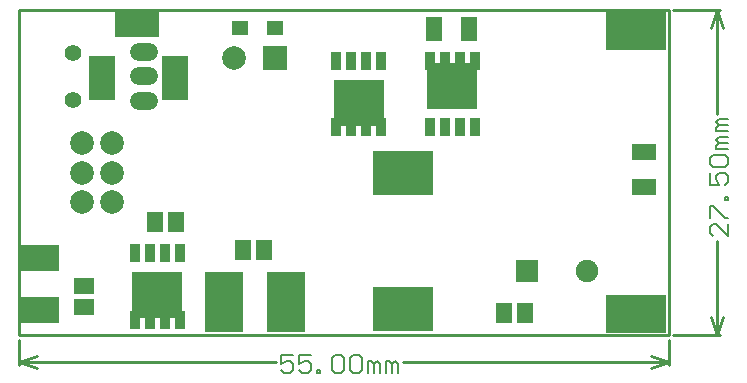
<source format=gts>
G04*
G04 #@! TF.GenerationSoftware,Altium Limited,Altium Designer,20.0.2 (26)*
G04*
G04 Layer_Color=8388736*
%FSLAX25Y25*%
%MOIN*%
G70*
G01*
G75*
%ADD13C,0.01000*%
%ADD14C,0.00600*%
%ADD25R,0.05367X0.06587*%
%ADD26R,0.07887X0.05249*%
%ADD27R,0.05249X0.07887*%
%ADD28R,0.06587X0.05367*%
%ADD29R,0.20485X0.14580*%
%ADD30R,0.12611X0.20485*%
%ADD31R,0.03202X0.06312*%
%ADD32R,0.16548X0.15800*%
%ADD33R,0.12611X0.08674*%
%ADD34R,0.05721X0.04737*%
%ADD35O,0.09461X0.05918*%
%ADD36C,0.05524*%
%ADD37R,0.14973X0.08674*%
%ADD38R,0.08674X0.14973*%
%ADD39R,0.07493X0.07493*%
%ADD40C,0.07493*%
%ADD41R,0.20485X0.12611*%
%ADD42R,0.07887X0.07887*%
%ADD43C,0.07887*%
%ADD44C,0.07887*%
D13*
X322835Y106299D02*
Y214567D01*
X106299Y106299D02*
X322835D01*
X106299Y214567D02*
X322835D01*
X106299Y106299D02*
Y214567D01*
Y97244D02*
X112299Y99244D01*
X106299Y97244D02*
X112299Y95244D01*
X316835D02*
X322835Y97244D01*
X316835Y99244D02*
X322835Y97244D01*
X106299D02*
X191873D01*
X234061D02*
X322835D01*
X106299Y96244D02*
Y104799D01*
X322835Y96244D02*
Y104799D01*
X336976Y112299D02*
X338976Y106299D01*
X340976Y112299D01*
X338976Y214567D02*
X340976Y208567D01*
X336976D02*
X338976Y214567D01*
Y106299D02*
Y137739D01*
Y179927D02*
Y214567D01*
X324335Y106299D02*
X339976D01*
X324335Y214567D02*
X339976D01*
D14*
X197472Y99643D02*
X193473D01*
Y96644D01*
X195473Y97644D01*
X196472D01*
X197472Y96644D01*
Y94645D01*
X196472Y93645D01*
X194473D01*
X193473Y94645D01*
X203470Y99643D02*
X199471D01*
Y96644D01*
X201471Y97644D01*
X202470D01*
X203470Y96644D01*
Y94645D01*
X202470Y93645D01*
X200471D01*
X199471Y94645D01*
X205469Y93645D02*
Y94645D01*
X206469D01*
Y93645D01*
X205469D01*
X210468Y98643D02*
X211467Y99643D01*
X213467D01*
X214466Y98643D01*
Y94645D01*
X213467Y93645D01*
X211467D01*
X210468Y94645D01*
Y98643D01*
X216466D02*
X217465Y99643D01*
X219465D01*
X220464Y98643D01*
Y94645D01*
X219465Y93645D01*
X217465D01*
X216466Y94645D01*
Y98643D01*
X222464Y93645D02*
Y97644D01*
X223464D01*
X224463Y96644D01*
Y93645D01*
Y96644D01*
X225463Y97644D01*
X226463Y96644D01*
Y93645D01*
X228462D02*
Y97644D01*
X229462D01*
X230461Y96644D01*
Y93645D01*
Y96644D01*
X231461Y97644D01*
X232461Y96644D01*
Y93645D01*
X342575Y143338D02*
Y139339D01*
X338577Y143338D01*
X337577D01*
X336577Y142338D01*
Y140339D01*
X337577Y139339D01*
X336577Y145337D02*
Y149336D01*
X337577D01*
X341576Y145337D01*
X342575D01*
Y151336D02*
X341576D01*
Y152335D01*
X342575D01*
Y151336D01*
X336577Y160333D02*
Y156334D01*
X339576D01*
X338577Y158333D01*
Y159333D01*
X339576Y160333D01*
X341576D01*
X342575Y159333D01*
Y157334D01*
X341576Y156334D01*
X337577Y162332D02*
X336577Y163332D01*
Y165331D01*
X337577Y166331D01*
X341576D01*
X342575Y165331D01*
Y163332D01*
X341576Y162332D01*
X337577D01*
X342575Y168330D02*
X338577D01*
Y169330D01*
X339576Y170329D01*
X342575D01*
X339576D01*
X338577Y171329D01*
X339576Y172329D01*
X342575D01*
Y174328D02*
X338577D01*
Y175328D01*
X339576Y176327D01*
X342575D01*
X339576D01*
X338577Y177327D01*
X339576Y178327D01*
X342575D01*
D25*
X158622Y144095D02*
D03*
X151614D02*
D03*
X187854Y134744D02*
D03*
X180847D02*
D03*
X267756Y113779D02*
D03*
X274764D02*
D03*
D26*
X314665Y167283D02*
D03*
Y155551D02*
D03*
D27*
X244528Y208169D02*
D03*
X256260D02*
D03*
D28*
X128000Y122504D02*
D03*
Y115496D02*
D03*
D29*
X234252Y160366D02*
D03*
X234253Y115090D02*
D03*
D30*
X195177Y117323D02*
D03*
X174606Y117421D02*
D03*
D31*
X243110Y175528D02*
D03*
X248110D02*
D03*
X253110D02*
D03*
X258110D02*
D03*
X258110Y197701D02*
D03*
X253110D02*
D03*
X248110D02*
D03*
X243110D02*
D03*
X226969Y197701D02*
D03*
X221969D02*
D03*
X216968D02*
D03*
X211968D02*
D03*
X211968Y175528D02*
D03*
X216968D02*
D03*
X221969D02*
D03*
X226969D02*
D03*
X159862Y133591D02*
D03*
X154862D02*
D03*
X149862D02*
D03*
X144862D02*
D03*
X144862Y111417D02*
D03*
X149862D02*
D03*
X154862D02*
D03*
X159862D02*
D03*
D32*
X250610Y189433D02*
D03*
X219468Y183795D02*
D03*
X152362Y119685D02*
D03*
D33*
X113091Y114567D02*
D03*
Y132087D02*
D03*
D34*
X179823Y208661D02*
D03*
X191437D02*
D03*
D35*
X147736Y200776D02*
D03*
Y192508D02*
D03*
Y184240D02*
D03*
D36*
X124114Y200382D02*
D03*
Y184634D02*
D03*
D37*
X145669Y210039D02*
D03*
D38*
X158268Y191929D02*
D03*
X133858D02*
D03*
D39*
X275571Y127756D02*
D03*
D40*
X295571D02*
D03*
D41*
X312008Y207677D02*
D03*
Y113287D02*
D03*
D42*
X191535Y198721D02*
D03*
D43*
X177756D02*
D03*
D44*
X137205Y170177D02*
D03*
Y150492D02*
D03*
Y160335D02*
D03*
X127362Y170177D02*
D03*
Y160335D02*
D03*
Y150492D02*
D03*
M02*

</source>
